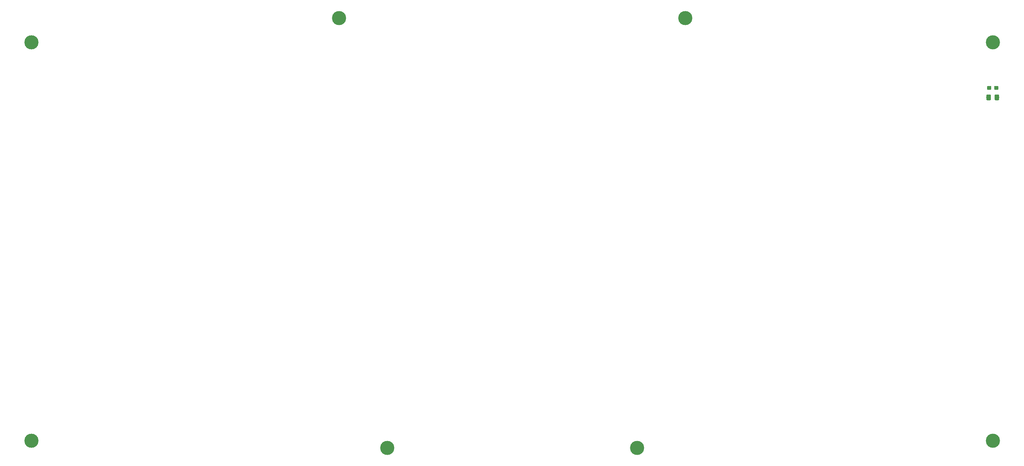
<source format=gbr>
G04 #@! TF.GenerationSoftware,KiCad,Pcbnew,(5.1.4-0)*
G04 #@! TF.CreationDate,2021-10-13T07:22:11-05:00*
G04 #@! TF.ProjectId,niko_top_plate,6e696b6f-5f74-46f7-905f-706c6174652e,rev?*
G04 #@! TF.SameCoordinates,Original*
G04 #@! TF.FileFunction,Soldermask,Bot*
G04 #@! TF.FilePolarity,Negative*
%FSLAX46Y46*%
G04 Gerber Fmt 4.6, Leading zero omitted, Abs format (unit mm)*
G04 Created by KiCad (PCBNEW (5.1.4-0)) date 2021-10-13 07:22:11*
%MOMM*%
%LPD*%
G04 APERTURE LIST*
%ADD10C,0.100000*%
%ADD11C,1.150000*%
%ADD12C,0.950000*%
%ADD13C,3.500000*%
G04 APERTURE END LIST*
D10*
G36*
X313319565Y-92170344D02*
G01*
X313343833Y-92173944D01*
X313367632Y-92179905D01*
X313390731Y-92188170D01*
X313412910Y-92198660D01*
X313433953Y-92211272D01*
X313453659Y-92225887D01*
X313471837Y-92242363D01*
X313488313Y-92260541D01*
X313502928Y-92280247D01*
X313515540Y-92301290D01*
X313526030Y-92323469D01*
X313534295Y-92346568D01*
X313540256Y-92370367D01*
X313543856Y-92394635D01*
X313545060Y-92419139D01*
X313545060Y-93319141D01*
X313543856Y-93343645D01*
X313540256Y-93367913D01*
X313534295Y-93391712D01*
X313526030Y-93414811D01*
X313515540Y-93436990D01*
X313502928Y-93458033D01*
X313488313Y-93477739D01*
X313471837Y-93495917D01*
X313453659Y-93512393D01*
X313433953Y-93527008D01*
X313412910Y-93539620D01*
X313390731Y-93550110D01*
X313367632Y-93558375D01*
X313343833Y-93564336D01*
X313319565Y-93567936D01*
X313295061Y-93569140D01*
X312645059Y-93569140D01*
X312620555Y-93567936D01*
X312596287Y-93564336D01*
X312572488Y-93558375D01*
X312549389Y-93550110D01*
X312527210Y-93539620D01*
X312506167Y-93527008D01*
X312486461Y-93512393D01*
X312468283Y-93495917D01*
X312451807Y-93477739D01*
X312437192Y-93458033D01*
X312424580Y-93436990D01*
X312414090Y-93414811D01*
X312405825Y-93391712D01*
X312399864Y-93367913D01*
X312396264Y-93343645D01*
X312395060Y-93319141D01*
X312395060Y-92419139D01*
X312396264Y-92394635D01*
X312399864Y-92370367D01*
X312405825Y-92346568D01*
X312414090Y-92323469D01*
X312424580Y-92301290D01*
X312437192Y-92280247D01*
X312451807Y-92260541D01*
X312468283Y-92242363D01*
X312486461Y-92225887D01*
X312506167Y-92211272D01*
X312527210Y-92198660D01*
X312549389Y-92188170D01*
X312572488Y-92179905D01*
X312596287Y-92173944D01*
X312620555Y-92170344D01*
X312645059Y-92169140D01*
X313295061Y-92169140D01*
X313319565Y-92170344D01*
X313319565Y-92170344D01*
G37*
D11*
X312970060Y-92869140D03*
D10*
G36*
X311269565Y-92170344D02*
G01*
X311293833Y-92173944D01*
X311317632Y-92179905D01*
X311340731Y-92188170D01*
X311362910Y-92198660D01*
X311383953Y-92211272D01*
X311403659Y-92225887D01*
X311421837Y-92242363D01*
X311438313Y-92260541D01*
X311452928Y-92280247D01*
X311465540Y-92301290D01*
X311476030Y-92323469D01*
X311484295Y-92346568D01*
X311490256Y-92370367D01*
X311493856Y-92394635D01*
X311495060Y-92419139D01*
X311495060Y-93319141D01*
X311493856Y-93343645D01*
X311490256Y-93367913D01*
X311484295Y-93391712D01*
X311476030Y-93414811D01*
X311465540Y-93436990D01*
X311452928Y-93458033D01*
X311438313Y-93477739D01*
X311421837Y-93495917D01*
X311403659Y-93512393D01*
X311383953Y-93527008D01*
X311362910Y-93539620D01*
X311340731Y-93550110D01*
X311317632Y-93558375D01*
X311293833Y-93564336D01*
X311269565Y-93567936D01*
X311245061Y-93569140D01*
X310595059Y-93569140D01*
X310570555Y-93567936D01*
X310546287Y-93564336D01*
X310522488Y-93558375D01*
X310499389Y-93550110D01*
X310477210Y-93539620D01*
X310456167Y-93527008D01*
X310436461Y-93512393D01*
X310418283Y-93495917D01*
X310401807Y-93477739D01*
X310387192Y-93458033D01*
X310374580Y-93436990D01*
X310364090Y-93414811D01*
X310355825Y-93391712D01*
X310349864Y-93367913D01*
X310346264Y-93343645D01*
X310345060Y-93319141D01*
X310345060Y-92419139D01*
X310346264Y-92394635D01*
X310349864Y-92370367D01*
X310355825Y-92346568D01*
X310364090Y-92323469D01*
X310374580Y-92301290D01*
X310387192Y-92280247D01*
X310401807Y-92260541D01*
X310418283Y-92242363D01*
X310436461Y-92225887D01*
X310456167Y-92211272D01*
X310477210Y-92198660D01*
X310499389Y-92188170D01*
X310522488Y-92179905D01*
X310546287Y-92173944D01*
X310570555Y-92170344D01*
X310595059Y-92169140D01*
X311245061Y-92169140D01*
X311269565Y-92170344D01*
X311269565Y-92170344D01*
G37*
D11*
X310920060Y-92869140D03*
D10*
G36*
X313130839Y-90014024D02*
G01*
X313153894Y-90017443D01*
X313176503Y-90023107D01*
X313198447Y-90030959D01*
X313219517Y-90040924D01*
X313239508Y-90052906D01*
X313258228Y-90066790D01*
X313275498Y-90082442D01*
X313291150Y-90099712D01*
X313305034Y-90118432D01*
X313317016Y-90138423D01*
X313326981Y-90159493D01*
X313334833Y-90181437D01*
X313340497Y-90204046D01*
X313343916Y-90227101D01*
X313345060Y-90250380D01*
X313345060Y-90725380D01*
X313343916Y-90748659D01*
X313340497Y-90771714D01*
X313334833Y-90794323D01*
X313326981Y-90816267D01*
X313317016Y-90837337D01*
X313305034Y-90857328D01*
X313291150Y-90876048D01*
X313275498Y-90893318D01*
X313258228Y-90908970D01*
X313239508Y-90922854D01*
X313219517Y-90934836D01*
X313198447Y-90944801D01*
X313176503Y-90952653D01*
X313153894Y-90958317D01*
X313130839Y-90961736D01*
X313107560Y-90962880D01*
X312532560Y-90962880D01*
X312509281Y-90961736D01*
X312486226Y-90958317D01*
X312463617Y-90952653D01*
X312441673Y-90944801D01*
X312420603Y-90934836D01*
X312400612Y-90922854D01*
X312381892Y-90908970D01*
X312364622Y-90893318D01*
X312348970Y-90876048D01*
X312335086Y-90857328D01*
X312323104Y-90837337D01*
X312313139Y-90816267D01*
X312305287Y-90794323D01*
X312299623Y-90771714D01*
X312296204Y-90748659D01*
X312295060Y-90725380D01*
X312295060Y-90250380D01*
X312296204Y-90227101D01*
X312299623Y-90204046D01*
X312305287Y-90181437D01*
X312313139Y-90159493D01*
X312323104Y-90138423D01*
X312335086Y-90118432D01*
X312348970Y-90099712D01*
X312364622Y-90082442D01*
X312381892Y-90066790D01*
X312400612Y-90052906D01*
X312420603Y-90040924D01*
X312441673Y-90030959D01*
X312463617Y-90023107D01*
X312486226Y-90017443D01*
X312509281Y-90014024D01*
X312532560Y-90012880D01*
X313107560Y-90012880D01*
X313130839Y-90014024D01*
X313130839Y-90014024D01*
G37*
D12*
X312820060Y-90487880D03*
D10*
G36*
X311380839Y-90014024D02*
G01*
X311403894Y-90017443D01*
X311426503Y-90023107D01*
X311448447Y-90030959D01*
X311469517Y-90040924D01*
X311489508Y-90052906D01*
X311508228Y-90066790D01*
X311525498Y-90082442D01*
X311541150Y-90099712D01*
X311555034Y-90118432D01*
X311567016Y-90138423D01*
X311576981Y-90159493D01*
X311584833Y-90181437D01*
X311590497Y-90204046D01*
X311593916Y-90227101D01*
X311595060Y-90250380D01*
X311595060Y-90725380D01*
X311593916Y-90748659D01*
X311590497Y-90771714D01*
X311584833Y-90794323D01*
X311576981Y-90816267D01*
X311567016Y-90837337D01*
X311555034Y-90857328D01*
X311541150Y-90876048D01*
X311525498Y-90893318D01*
X311508228Y-90908970D01*
X311489508Y-90922854D01*
X311469517Y-90934836D01*
X311448447Y-90944801D01*
X311426503Y-90952653D01*
X311403894Y-90958317D01*
X311380839Y-90961736D01*
X311357560Y-90962880D01*
X310782560Y-90962880D01*
X310759281Y-90961736D01*
X310736226Y-90958317D01*
X310713617Y-90952653D01*
X310691673Y-90944801D01*
X310670603Y-90934836D01*
X310650612Y-90922854D01*
X310631892Y-90908970D01*
X310614622Y-90893318D01*
X310598970Y-90876048D01*
X310585086Y-90857328D01*
X310573104Y-90837337D01*
X310563139Y-90816267D01*
X310555287Y-90794323D01*
X310549623Y-90771714D01*
X310546204Y-90748659D01*
X310545060Y-90725380D01*
X310545060Y-90250380D01*
X310546204Y-90227101D01*
X310549623Y-90204046D01*
X310555287Y-90181437D01*
X310563139Y-90159493D01*
X310573104Y-90138423D01*
X310585086Y-90118432D01*
X310598970Y-90099712D01*
X310614622Y-90082442D01*
X310631892Y-90066790D01*
X310650612Y-90052906D01*
X310670603Y-90040924D01*
X310691673Y-90030959D01*
X310713617Y-90023107D01*
X310736226Y-90017443D01*
X310759281Y-90014024D01*
X310782560Y-90012880D01*
X311357560Y-90012880D01*
X311380839Y-90014024D01*
X311380839Y-90014024D01*
G37*
D12*
X311070060Y-90487880D03*
D13*
X73819060Y-79176893D03*
X73819060Y-177999187D03*
X150019380Y-73223743D03*
X161926392Y-179784702D03*
X235744740Y-73223743D03*
X223839154Y-179784476D03*
X311945060Y-79176893D03*
X311945060Y-177998755D03*
M02*

</source>
